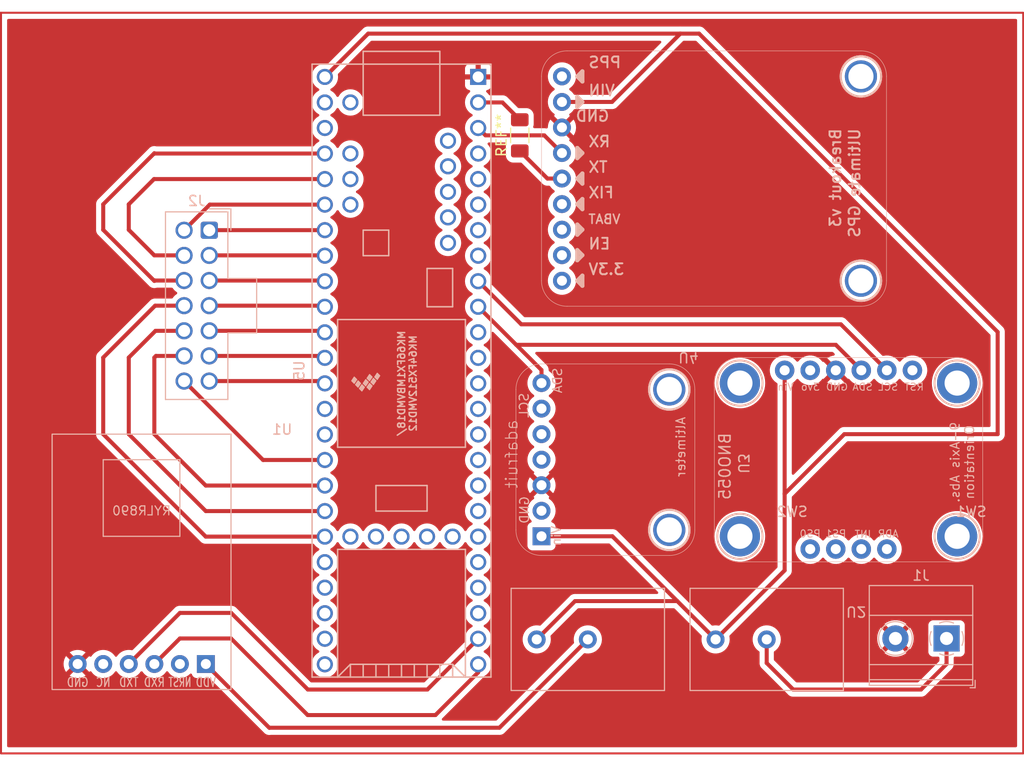
<source format=kicad_pcb>
(kicad_pcb (version 20211014) (generator pcbnew)
  (title_block (title "Ordinateur de bord de l'Espoir") (date "2022-06-01") (rev "3") (company "Top Aéro") (comment 1 "Projet Zéphyr") (comment 2 "Mohamed-iadh BANI & Théo TUGAYE") (comment 3 "<mohamed-iadh.bani@top-aero.com> <theo.tugaye@top-aero.com>"))
  (layers (0 "F.Cu" signal) (31 "B.Cu" signal) (34 "B.Paste" user) (35 "F.Paste" user) (36 "B.SilkS" user "B.Silkscreen") (37 "F.SilkS" user "F.Silkscreen") (38 "B.Mask" user) (39 "F.Mask" user) (44 "Edge.Cuts" user))
  (net 0 "")
  (net 1 "Net-(J1-Pad1)")
  (net 2 "GND")
  (net 3 "/A6")
  (net 4 "/A5")
  (net 5 "/A4")
  (net 6 "/A3")
  (net 7 "/A2")
  (net 8 "/A1")
  (net 9 "/A0")
  (net 10 "/A7")
  (net 11 "/A8")
  (net 12 "/A9")
  (net 13 "/A19")
  (net 14 "/A20")
  (net 15 "/A21")
  (net 16 "/A22")
  (net 17 "+5V")
  (net 18 "Net-(SW2-Pad1)")
  (net 20 "Net-(U1-Pad3)")
  (net 21 "Net-(U1-Pad4)")
  (net 24 "Net-(U2-Pad4)")
  (net 25 "Net-(U2-Pad5)")
  (net 35 "Net-(U4-Pad5)")
  (net 36 "Net-(U4-Pad6)")
  (footprint "Resistor_SMD:R_1206_3216Metric_Pad1.30x1.75mm_HandSolder" (layer "F.Cu") (at 148.209 68.961 90)
    (fp_text reference "REF**" (at 0 -1.82 90) (layer "F.SilkS"))
    (fp_text value "R_1206")
    (pad "1" smd roundrect (at -1.55 0 90) (size 1.3 1.75) (layers "F.Cu" "F.Paste" "F.Mask") (roundrect_rratio 0.192308) (net 35 "Net-(U4-Pad5)"))
    (pad "2" smd roundrect (at 1.55 0 90) (size 1.3 1.75) (layers "F.Cu" "F.Paste" "F.Mask") (roundrect_rratio 0.192308) (net 35 "Net-(U4-Pad5)"))
  )
  (footprint "common_misc:SW" (layer "B.Cu") (at 180.372 114.014 180)
    (fp_text reference "SW1" (at -12.7 7.62 unlocked) (layer "B.SilkS") (effects (justify mirror)))
    (fp_text value "SW_SPST")
    (pad "1" thru_hole circle (at 7.62 -5.08 90) (size 1.778 1.778) (drill 1) (layers *.Cu *.Mask) (net 1 "Net-(J1-Pad1)"))
    (pad "2" thru_hole circle (at 12.7 -5.08 90) (size 1.778 1.778) (drill 1) (layers *.Cu *.Mask) (net 17 "+5V"))
  )
  (footprint "common_misc:SW" (layer "B.Cu") (at 162.592 114.014 180)
    (fp_text reference "SW2" (at -12.7 7.62 unlocked) (layer "B.SilkS") (effects (justify mirror)))
    (fp_text value "SW_SPST")
    (pad "1" thru_hole circle (at 7.62 -5.08 90) (size 1.778 1.778) (drill 1) (layers *.Cu *.Mask) (net 18 "Net-(SW2-Pad1)"))
    (pad "2" thru_hole circle (at 12.7 -5.08 90) (size 1.778 1.778) (drill 1) (layers *.Cu *.Mask) (net 17 "+5V"))
  )
  (footprint "TerminalBlock_Phoenix:TerminalBlock_Phoenix_MKDS-1,5-2-5.08_1x02_P5.08mm_Horizontal" (layer "B.Cu") (at 190.627 118.999 180)
    (fp_text reference "J1" (at 2.54 6.26) (layer "B.SilkS") (effects (justify mirror)))
    (fp_text value "Screw_Terminal_01x02")
    (pad "1" thru_hole rect (at 0 0 180) (size 2.6 2.6) (drill 1.3) (layers *.Cu *.Mask) (net 1 "Net-(J1-Pad1)"))
    (pad "2" thru_hole circle (at 5.08 0 180) (size 2.6 2.6) (drill 1.3) (layers *.Cu *.Mask) (net 2 "GND"))
  )
  (footprint "Adafruit_sensors:Ultimate_GPS" (layer "B.Cu") (at 164.973 73.258942)
    (fp_text reference "U4" (at 0 17.78 180 unlocked) (layer "B.SilkS") (effects (justify mirror)))
    (fp_text value "Ultimate_GPS")
    (fp_text user "Ultimate GPS" (at 17.145 -5.08 -90) (layer "B.SilkS") (effects (font (size 1.0795 1.0795) (thickness 0.1905)) (justify left bottom mirror)))
    (fp_text user "VBAT" (at -10.033 4.572 180) (layer "B.SilkS") (effects (font (size 0.90678 0.90678) (thickness 0.16002)) (justify right bottom mirror)))
    (fp_text user "GND" (at -11.303 -5.588 180) (layer "B.SilkS") (effects (font (size 1.0795 1.0795) (thickness 0.1905)) (justify right bottom mirror)))
    (fp_text user "Breakout v3" (at 15.24 -5.08 -90) (layer "B.SilkS") (effects (font (size 1.0795 1.0795) (thickness 0.1905)) (justify left bottom mirror)))
    (fp_text user "VIN" (at -10.033 -8.128 180) (layer "B.SilkS") (effects (font (size 1.0795 1.0795) (thickness 0.1905)) (justify right bottom mirror)))
    (fp_text user "FIX" (at -10.033 2.032 180) (layer "B.SilkS") (effects (font (size 1.0795 1.0795) (thickness 0.1905)) (justify right bottom mirror)))
    (fp_text user "PPS" (at -10.033 -10.922 180) (layer "B.SilkS") (effects (font (size 1.0795 1.0795) (thickness 0.1905)) (justify right bottom mirror)))
    (fp_text user "TX" (at -10.033 -0.508 180) (layer "B.SilkS") (effects (font (size 1.0795 1.0795) (thickness 0.1905)) (justify right bottom mirror)))
    (fp_text user "RX" (at -10.033 -3.048 180) (layer "B.SilkS") (effects (font (size 1.0795 1.0795) (thickness 0.1905)) (justify right bottom mirror)))
    (fp_text user "3.3V" (at -10.033 9.652 180) (layer "B.SilkS") (effects (font (size 1.0795 1.0795) (thickness 0.1905)) (justify right bottom mirror)))
    (fp_text user "EN" (at -10.033 7.112 180) (layer "B.SilkS") (effects (font (size 1.0795 1.0795) (thickness 0.1905)) (justify right bottom mirror)))
    (pad "1" thru_hole circle (at -12.573 10.16 180) (size 1.778 1.778) (drill 1) (layers *.Cu *.Mask))
    (pad "2" thru_hole circle (at -12.573 7.62 180) (size 1.778 1.778) (drill 1) (layers *.Cu *.Mask))
    (pad "3" thru_hole circle (at -12.573 5.08 180) (size 1.778 1.778) (drill 1) (layers *.Cu *.Mask))
    (pad "4" thru_hole circle (at -12.573 2.54 180) (size 1.778 1.778) (drill 1) (layers *.Cu *.Mask))
    (pad "5" thru_hole circle (at -12.573 0 180) (size 1.778 1.778) (drill 1) (layers *.Cu *.Mask) (net 35 "Net-(U4-Pad5)"))
    (pad "6" thru_hole circle (at -12.573 -2.54 180) (size 1.778 1.778) (drill 1) (layers *.Cu *.Mask) (net 36 "Net-(U4-Pad6)"))
    (pad "7" thru_hole circle (at -12.573 -5.08 180) (size 1.778 1.778) (drill 1) (layers *.Cu *.Mask) (net 2 "GND"))
    (pad "8" thru_hole circle (at -12.573 -7.62 180) (size 1.778 1.778) (drill 1) (layers *.Cu *.Mask) (net 17 "+5V"))
    (pad "9" thru_hole circle (at -12.573 -10.16 180) (size 1.778 1.778) (drill 1) (layers *.Cu *.Mask))
    (pad "P$1" thru_hole circle (at 17.145 -10.16 90) (size 3.2 3.2) (drill 2.5) (layers *.Cu *.Mask))
    (pad "P$1" thru_hole circle (at 17.145 10.16 90) (size 3.2 3.2) (drill 2.5) (layers *.Cu *.Mask))
    (zone (net 0) (net_name "") (layer "F.Cu") (connect_pads (clearance 0)) (min_thickness 0.254)
      (keepout (tracks not_allowed) (vias not_allowed) (pads not_allowed) (copperpour not_allowed) (footprints allowed))
      (fill (thermal_gap 0.508) (thermal_bridge_width 0.508))
      (polygon (pts (xy 182.118 81.402942) (xy 182.468075 81.43357) (xy 182.807513 81.524522) (xy 183.126 81.673035) (xy 183.41386 81.874596) (xy 183.662346 82.123082) (xy 183.863907 82.410942) (xy 184.01242 82.729429) (xy 184.103372 83.068867) (xy 184.134 83.418942) (xy 184.103372 83.769017) (xy 184.01242 84.108455) (xy 183.863907 84.426942) (xy 183.662346 84.714802) (xy 183.41386 84.963288) (xy 183.126 85.164849) (xy 182.807513 85.313362) (xy 182.468075 85.404314) (xy 182.118 85.434942) (xy 181.767925 85.404314) (xy 181.428487 85.313362) (xy 181.11 85.164849) (xy 180.82214 84.963288) (xy 180.573654 84.714802) (xy 180.372093 84.426942) (xy 180.22358 84.108455) (xy 180.132628 83.769017) (xy 180.102 83.418942) (xy 180.132628 83.068867) (xy 180.22358 82.729429) (xy 180.372093 82.410942) (xy 180.573654 82.123082) (xy 180.82214 81.874596) (xy 181.11 81.673035) (xy 181.428487 81.524522) (xy 181.767925 81.43357)))
      (polygon (pts (xy 182.118 83.434942) (xy 182.115222 83.434699) (xy 182.112528 83.433977) (xy 182.11 83.432798) (xy 182.107715 83.431199) (xy 182.105743 83.429227) (xy 182.104144 83.426942) (xy 182.102965 83.424414) (xy 182.102243 83.42172) (xy 182.102 83.418942) (xy 182.102243 83.416164) (xy 182.102965 83.41347) (xy 182.104144 83.410942) (xy 182.105743 83.408657) (xy 182.107715 83.406685) (xy 182.11 83.405086) (xy 182.112528 83.403907) (xy 182.115222 83.403185) (xy 182.118 83.402942) (xy 182.120778 83.403185) (xy 182.123472 83.403907) (xy 182.126 83.405086) (xy 182.128285 83.406685) (xy 182.130257 83.408657) (xy 182.131856 83.410942) (xy 182.133035 83.41347) (xy 182.133757 83.416164) (xy 182.134 83.418942) (xy 182.133757 83.42172) (xy 182.133035 83.424414) (xy 182.131856 83.426942) (xy 182.130257 83.429227) (xy 182.128285 83.431199) (xy 182.126 83.432798) (xy 182.123472 83.433977) (xy 182.120778 83.434699)))
    )
    (zone (net 0) (net_name "") (layer "F.Cu") (connect_pads (clearance 0)) (min_thickness 0.254)
      (keepout (tracks not_allowed) (vias not_allowed) (pads not_allowed) (copperpour not_allowed) (footprints allowed))
      (fill (thermal_gap 0.508) (thermal_bridge_width 0.508))
      (polygon (pts (xy 182.118 61.082942) (xy 182.468075 61.11357) (xy 182.807513 61.204522) (xy 183.126 61.353035) (xy 183.41386 61.554596) (xy 183.662346 61.803082) (xy 183.863907 62.090942) (xy 184.01242 62.409429) (xy 184.103372 62.748867) (xy 184.134 63.098942) (xy 184.103372 63.449017) (xy 184.01242 63.788455) (xy 183.863907 64.106942) (xy 183.662346 64.394802) (xy 183.41386 64.643288) (xy 183.126 64.844849) (xy 182.807513 64.993362) (xy 182.468075 65.084314) (xy 182.118 65.114942) (xy 181.767925 65.084314) (xy 181.428487 64.993362) (xy 181.11 64.844849) (xy 180.82214 64.643288) (xy 180.573654 64.394802) (xy 180.372093 64.106942) (xy 180.22358 63.788455) (xy 180.132628 63.449017) (xy 180.102 63.098942) (xy 180.132628 62.748867) (xy 180.22358 62.409429) (xy 180.372093 62.090942) (xy 180.573654 61.803082) (xy 180.82214 61.554596) (xy 181.11 61.353035) (xy 181.428487 61.204522) (xy 181.767925 61.11357)))
      (polygon (pts (xy 182.118 63.114942) (xy 182.115222 63.114699) (xy 182.112528 63.113977) (xy 182.11 63.112798) (xy 182.107715 63.111199) (xy 182.105743 63.109227) (xy 182.104144 63.106942) (xy 182.102965 63.104414) (xy 182.102243 63.10172) (xy 182.102 63.098942) (xy 182.102243 63.096164) (xy 182.102965 63.09347) (xy 182.104144 63.090942) (xy 182.105743 63.088657) (xy 182.107715 63.086685) (xy 182.11 63.085086) (xy 182.112528 63.083907) (xy 182.115222 63.083185) (xy 182.118 63.082942) (xy 182.120778 63.083185) (xy 182.123472 63.083907) (xy 182.126 63.085086) (xy 182.128285 63.086685) (xy 182.130257 63.088657) (xy 182.131856 63.090942) (xy 182.133035 63.09347) (xy 182.133757 63.096164) (xy 182.134 63.098942) (xy 182.133757 63.10172) (xy 182.133035 63.104414) (xy 182.131856 63.106942) (xy 182.130257 63.109227) (xy 182.128285 63.111199) (xy 182.126 63.112798) (xy 182.123472 63.113977) (xy 182.120778 63.114699)))
    )
  )
  (footprint "teensy:Teensy35_36" (layer "B.Cu") (at 144.074067 93.628942 -90)
    (fp_text reference "U5" (at -1.27 17.78 90) (layer "B.SilkS") (effects (justify mirror)))
    (fp_text value "Teensy3.5")
    (fp_text user "MK64FX512VMD12" (at 0 6.477 90) (layer "B.SilkS") (effects (font (size 0.7 0.7)) (justify mirror)))
    (fp_text user "MK66FX1MBVMD18/" (at 0 7.62 90) (layer "B.SilkS") (effects (font (size 0.7 0.7)) (justify mirror)))
    (pad "1" thru_hole rect (at -30.48 0 270) (size 1.6 1.6) (drill 1.1) (layers *.Cu *.Mask) (net 2 "GND"))
    (pad "2" thru_hole circle (at -27.94 0 270) (size 1.6 1.6) (drill 1.1) (layers *.Cu *.Mask) (net 35 "Net-(U4-Pad5)"))
    (pad "3" thru_hole circle (at -25.4 0 270) (size 1.6 1.6) (drill 1.1) (layers *.Cu *.Mask) (net 36 "Net-(U4-Pad6)"))
    (pad "4" thru_hole circle (at -22.86 0 270) (size 1.6 1.6) (drill 1.1) (layers *.Cu *.Mask))
    (pad "5" thru_hole circle (at -20.32 0 270) (size 1.6 1.6) (drill 1.1) (layers *.Cu *.Mask))
    (pad "6" thru_hole circle (at -17.78 0 270) (size 1.6 1.6) (drill 1.1) (layers *.Cu *.Mask))
    (pad "7" thru_hole circle (at -15.24 0 270) (size 1.6 1.6) (drill 1.1) (layers *.Cu *.Mask))
    (pad "8" thru_hole circle (at -12.7 0 270) (size 1.6 1.6) (drill 1.1) (layers *.Cu *.Mask))
    (pad "9" thru_hole circle (at -10.16 0 270) (size 1.6 1.6) (drill 1.1) (layers *.Cu *.Mask) (net 25 "Net-(U2-Pad5)"))
    (pad "10" thru_hole circle (at -7.62 0 270) (size 1.6 1.6) (drill 1.1) (layers *.Cu *.Mask) (net 24 "Net-(U2-Pad4)"))
    (pad "11" thru_hole circle (at -5.08 0 270) (size 1.6 1.6) (drill 1.1) (layers *.Cu *.Mask))
    (pad "12" thru_hole circle (at -2.54 0 270) (size 1.6 1.6) (drill 1.1) (layers *.Cu *.Mask))
    (pad "13" thru_hole circle (at 0 0 270) (size 1.6 1.6) (drill 1.1) (layers *.Cu *.Mask))
    (pad "14" thru_hole circle (at 2.54 0 270) (size 1.6 1.6) (drill 1.1) (layers *.Cu *.Mask))
    (pad "15" thru_hole circle (at 5.08 0 270) (size 1.6 1.6) (drill 1.1) (layers *.Cu *.Mask))
    (pad "16" thru_hole circle (at 7.62 0 270) (size 1.6 1.6) (drill 1.1) (layers *.Cu *.Mask))
    (pad "17" thru_hole circle (at 10.16 0 270) (size 1.6 1.6) (drill 1.1) (layers *.Cu *.Mask))
    (pad "18" thru_hole circle (at 12.7 0 270) (size 1.6 1.6) (drill 1.1) (layers *.Cu *.Mask))
    (pad "19" thru_hole circle (at 15.24 0 270) (size 1.6 1.6) (drill 1.1) (layers *.Cu *.Mask))
    (pad "20" thru_hole circle (at 17.78 0 270) (size 1.6 1.6) (drill 1.1) (layers *.Cu *.Mask))
    (pad "21" thru_hole circle (at 20.32 0 270) (size 1.6 1.6) (drill 1.1) (layers *.Cu *.Mask))
    (pad "22" thru_hole circle (at 22.86 0 270) (size 1.6 1.6) (drill 1.1) (layers *.Cu *.Mask))
    (pad "23" thru_hole circle (at 25.4 0 270) (size 1.6 1.6) (drill 1.1) (layers *.Cu *.Mask) (net 21 "Net-(U1-Pad4)"))
    (pad "24" thru_hole circle (at 27.94 0 270) (size 1.6 1.6) (drill 1.1) (layers *.Cu *.Mask) (net 20 "Net-(U1-Pad3)"))
    (pad "25" thru_hole circle (at 15.24 2.54 270) (size 1.6 1.6) (drill 1.1) (layers *.Cu *.Mask))
    (pad "26" thru_hole circle (at 15.24 5.08 270) (size 1.6 1.6) (drill 1.1) (layers *.Cu *.Mask))
    (pad "27" thru_hole circle (at 15.24 7.62 270) (size 1.6 1.6) (drill 1.1) (layers *.Cu *.Mask))
    (pad "28" thru_hole circle (at 15.24 10.16 270) (size 1.6 1.6) (drill 1.1) (layers *.Cu *.Mask))
    (pad "29" thru_hole circle (at 15.24 12.7 270) (size 1.6 1.6) (drill 1.1) (layers *.Cu *.Mask))
    (pad "30" thru_hole circle (at 27.94 15.24 270) (size 1.6 1.6) (drill 1.1) (layers *.Cu *.Mask))
    (pad "31" thru_hole circle (at 25.4 15.24 270) (size 1.6 1.6) (drill 1.1) (layers *.Cu *.Mask))
    (pad "32" thru_hole circle (at 22.86 15.24 270) (size 1.6 1.6) (drill 1.1) (layers *.Cu *.Mask))
    (pad "33" thru_hole circle (at 20.32 15.24 270) (size 1.6 1.6) (drill 1.1) (layers *.Cu *.Mask))
    (pad "34" thru_hole circle (at 17.78 15.24 270) (size 1.6 1.6) (drill 1.1) (layers *.Cu *.Mask))
    (pad "35" thru_hole circle (at 15.24 15.24 270) (size 1.6 1.6) (drill 1.1) (layers *.Cu *.Mask) (net 13 "/A19"))
    (pad "36" thru_hole circle (at 12.7 15.24 270) (size 1.6 1.6) (drill 1.1) (layers *.Cu *.Mask) (net 14 "/A20"))
    (pad "37" thru_hole circle (at 10.16 15.24 270) (size 1.6 1.6) (drill 1.1) (layers *.Cu *.Mask) (net 15 "/A21"))
    (pad "38" thru_hole circle (at 7.62 15.24 270) (size 1.6 1.6) (drill 1.1) (layers *.Cu *.Mask) (net 16 "/A22"))
    (pad "39" thru_hole circle (at 5.08 15.24 270) (size 1.6 1.6) (drill 1.1) (layers *.Cu *.Mask))
    (pad "40" thru_hole circle (at 2.54 15.24 270) (size 1.6 1.6) (drill 1.1) (layers *.Cu *.Mask))
    (pad "41" thru_hole circle (at 0 15.24 270) (size 1.6 1.6) (drill 1.1) (layers *.Cu *.Mask) (net 9 "/A0"))
    (pad "42" thru_hole circle (at -2.54 15.24 270) (size 1.6 1.6) (drill 1.1) (layers *.Cu *.Mask) (net 8 "/A1"))
    (pad "43" thru_hole circle (at -5.08 15.24 270) (size 1.6 1.6) (drill 1.1) (layers *.Cu *.Mask) (net 7 "/A2"))
    (pad "44" thru_hole circle (at -7.62 15.24 270) (size 1.6 1.6) (drill 1.1) (layers *.Cu *.Mask) (net 6 "/A3"))
    (pad "45" thru_hole circle (at -10.16 15.24 270) (size 1.6 1.6) (drill 1.1) (layers *.Cu *.Mask) (net 5 "/A4"))
    (pad "46" thru_hole circle (at -12.7 15.24 270) (size 1.6 1.6) (drill 1.1) (layers *.Cu *.Mask) (net 4 "/A5"))
    (pad "47" thru_hole circle (at -15.24 15.24 270) (size 1.6 1.6) (drill 1.1) (layers *.Cu *.Mask) (net 3 "/A6"))
    (pad "48" thru_hole circle (at -17.78 15.24 270) (size 1.6 1.6) (drill 1.1) (layers *.Cu *.Mask) (net 10 "/A7"))
    (pad "49" thru_hole circle (at -20.32 15.24 270) (size 1.6 1.6) (drill 1.1) (layers *.Cu *.Mask) (net 11 "/A8"))
    (pad "50" thru_hole circle (at -22.86 15.24 270) (size 1.6 1.6) (drill 1.1) (layers *.Cu *.Mask) (net 12 "/A9"))
    (pad "51" thru_hole circle (at -25.4 15.24 270) (size 1.6 1.6) (drill 1.1) (layers *.Cu *.Mask))
    (pad "52" thru_hole circle (at -27.94 15.24 270) (size 1.6 1.6) (drill 1.1) (layers *.Cu *.Mask))
    (pad "53" thru_hole circle (at -30.48 15.24 270) (size 1.6 1.6) (drill 1.1) (layers *.Cu *.Mask) (net 17 "+5V"))
    (pad "54" thru_hole circle (at -27.94 12.7 270) (size 1.6 1.6) (drill 1.1) (layers *.Cu *.Mask))
    (pad "55" thru_hole circle (at -22.86 12.7 270) (size 1.6 1.6) (drill 1.1) (layers *.Cu *.Mask))
    (pad "56" thru_hole circle (at -20.32 12.7 270) (size 1.6 1.6) (drill 1.1) (layers *.Cu *.Mask))
    (pad "57" thru_hole circle (at -17.78 12.7 270) (size 1.6 1.6) (drill 1.1) (layers *.Cu *.Mask))
    (pad "58" thru_hole circle (at -24.13 3 270) (size 1.6 1.6) (drill 1.1) (layers *.Cu *.Mask))
    (pad "59" thru_hole circle (at -21.59 3 270) (size 1.6 1.6) (drill 1.1) (layers *.Cu *.Mask))
    (pad "60" thru_hole circle (at -19.05 3 270) (size 1.6 1.6) (drill 1.1) (layers *.Cu *.Mask))
    (pad "61" thru_hole circle (at -16.51 3 270) (size 1.6 1.6) (drill 1.1) (layers *.Cu *.Mask))
    (pad "62" thru_hole circle (at -13.97 3 270) (size 1.6 1.6) (drill 1.1) (layers *.Cu *.Mask))
  )
  (footprint "reyax:RYLR896" (layer "B.Cu") (at 111.887 113.919 180)
    (fp_text reference "U1" (at -12.7 15.7 unlocked) (layer "B.SilkS") (effects (justify mirror)))
    (fp_text value "REYAX RYLR896")
    (fp_text user "NC" (at 5.08 -9.441948) (layer "B.SilkS") (effects (font (size 0.89408 0.7) (thickness 0.12192)) (justify mirror)))
    (fp_text user "VDD" (at -5.12 -9.441948) (layer "B.SilkS") (effects (font (size 0.89408 0.7) (thickness 0.12192)) (justify mirror)))
    (fp_text user "GND" (at 7.62 -9.441948) (layer "B.SilkS") (effects (font (size 0.89408 0.7) (thickness 0.12192)) (justify mirror)))
    (fp_text user "RYLR890" (at 1.27 7.62) (layer "B.SilkS") (effects (font (size 0.89408 0.89408) (thickness 0.12192)) (justify mirror)))
    (fp_text user "TXD" (at 2.54 -9.441948) (layer "B.SilkS") (effects (font (size 0.89408 0.7) (thickness 0.12192)) (justify mirror)))
    (fp_text user "RXD" (at 0 -9.441948) (layer "B.SilkS") (effects (font (size 0.89408 0.7) (thickness 0.12192)) (justify mirror)))
    (fp_text user "NRST" (at -2.54 -9.441948) (layer "B.SilkS") (effects (font (size 0.89408 0.6) (thickness 0.12192)) (justify mirror)))
    (pad "1" thru_hole rect (at -5.12 -7.62 90) (size 1.778 1.778) (drill 1) (layers *.Cu *.Mask) (net 18 "Net-(SW2-Pad1)"))
    (pad "2" thru_hole circle (at -2.54 -7.62 90) (size 1.778 1.778) (drill 1) (layers *.Cu *.Mask))
    (pad "3" thru_hole circle (at 0 -7.62 90) (size 1.778 1.778) (drill 1) (layers *.Cu *.Mask) (net 20 "Net-(U1-Pad3)"))
    (pad "4" thru_hole circle (at 2.54 -7.62 90) (size 1.778 1.778) (drill 1) (layers *.Cu *.Mask) (net 21 "Net-(U1-Pad4)"))
    (pad "5" thru_hole circle (at 5.08 -7.62 90) (size 1.778 1.778) (drill 1) (layers *.Cu *.Mask))
    (pad "6" thru_hole circle (at 7.62 -7.62 90) (size 1.778 1.778) (drill 1) (layers *.Cu *.Mask) (net 2 "GND"))
  )
  (footprint "Connector_Molex:Molex_Nano-Fit_105310-xx14_2x07_P2.50mm_Vertical" (layer "B.Cu") (at 117.345094 78.399 180)
    (fp_text reference "J2" (at 1.25 2.92) (layer "B.SilkS") (effects (justify mirror)))
    (fp_text value "Conn_02x07_Top_Bottom")
    (pad "" np_thru_hole circle (at -1.34 -6.25 180) (size 1.3 1.3) (drill 1.3) (layers *.Cu *.Mask))
    (pad "1" thru_hole roundrect (at 0 0 180) (size 1.7 1.7) (drill 1.2) (layers *.Cu *.Mask) (roundrect_rratio 0.147059) (net 3 "/A6"))
    (pad "2" thru_hole circle (at 0 -2.5 180) (size 1.7 1.7) (drill 1.2) (layers *.Cu *.Mask) (net 4 "/A5"))
    (pad "3" thru_hole circle (at 0 -5 180) (size 1.7 1.7) (drill 1.2) (layers *.Cu *.Mask) (net 5 "/A4"))
    (pad "4" thru_hole circle (at 0 -7.5 180) (size 1.7 1.7) (drill 1.2) (layers *.Cu *.Mask) (net 6 "/A3"))
    (pad "5" thru_hole circle (at 0 -10 180) (size 1.7 1.7) (drill 1.2) (layers *.Cu *.Mask) (net 7 "/A2"))
    (pad "6" thru_hole circle (at 0 -12.5 180) (size 1.7 1.7) (drill 1.2) (layers *.Cu *.Mask) (net 8 "/A1"))
    (pad "7" thru_hole circle (at 0 -15 180) (size 1.7 1.7) (drill 1.2) (layers *.Cu *.Mask) (net 9 "/A0"))
    (pad "8" thru_hole circle (at 2.5 0 180) (size 1.7 1.7) (drill 1.2) (layers *.Cu *.Mask) (net 10 "/A7"))
    (pad "9" thru_hole circle (at 2.5 -2.5 180) (size 1.7 1.7) (drill 1.2) (layers *.Cu *.Mask) (net 11 "/A8"))
    (pad "10" thru_hole circle (at 2.5 -5 180) (size 1.7 1.7) (drill 1.2) (layers *.Cu *.Mask) (net 12 "/A9"))
    (pad "11" thru_hole circle (at 2.5 -7.5 180) (size 1.7 1.7) (drill 1.2) (layers *.Cu *.Mask) (net 13 "/A19"))
    (pad "12" thru_hole circle (at 2.5 -10 180) (size 1.7 1.7) (drill 1.2) (layers *.Cu *.Mask) (net 14 "/A20"))
    (pad "13" thru_hole circle (at 2.5 -12.5 180) (size 1.7 1.7) (drill 1.2) (layers *.Cu *.Mask) (net 15 "/A21"))
    (pad "14" thru_hole circle (at 2.5 -15 180) (size 1.7 1.7) (drill 1.2) (layers *.Cu *.Mask) (net 16 "/A22"))
  )
  (footprint "Adafruit_sensors:MPL3115A2" (layer "B.Cu") (at 152.654 101.6 90)
    (fp_text reference "U3" (at 0 17.78 270 unlocked) (layer "B.SilkS") (effects (justify mirror)))
    (fp_text value "MPL3115A")
    (fp_text user "SCL" (at 5.781 -4.013 270) (layer "B.SilkS") (effects (font (size 0.89408 0.89408) (thickness 0.12192)) (justify mirror)))
    (fp_text user "GND" (at -4.619 -3.982 270) (layer "B.SilkS") (effects (font (size 0.89408 0.89408) (thickness 0.12192)) (justify mirror)))
    (fp_text user "Altimeter" (at 1.651 11.557 270) (layer "B.SilkS") (effects (font (size 0.89408 0.89408) (thickness 0.12192)) (justify mirror)))
    (fp_text user "SDA" (at 8.261 -0.7 270) (layer "B.SilkS") (effects (font (size 0.89408 0.89408) (thickness 0.12192)) (justify mirror)))
    (fp_text user "adafruit" (at 4.434 -4.574 270) (layer "B.SilkS") (effects (font (size 1.1684 1.1684) (thickness 0.1016)) (justify left bottom mirror)))
    (fp_text user "Vin" (at -7.199 -0.818 270) (layer "B.SilkS") (effects (font (size 0.89408 0.89408) (thickness 0.12192)) (justify mirror)))
    (pad "1" thru_hole rect (at -7.239 -2.286) (size 1.778 1.778) (drill 1) (layers *.Cu *.Mask) (net 17 "+5V"))
    (pad "2" thru_hole circle (at -4.699 -2.286) (size 1.778 1.778) (drill 1) (layers *.Cu *.Mask))
    (pad "3" thru_hole circle (at -2.159 -2.286) (size 1.778 1.778) (drill 1) (layers *.Cu *.Mask) (net 2 "GND"))
    (pad "4" thru_hole circle (at 0.381 -2.286) (size 1.778 1.778) (drill 1) (layers *.Cu *.Mask))
    (pad "5" thru_hole circle (at 2.921 -2.286) (size 1.778 1.778) (drill 1) (layers *.Cu *.Mask))
    (pad "6" thru_hole circle (at 5.461 -2.286) (size 1.778 1.778) (drill 1) (layers *.Cu *.Mask))
    (pad "7" thru_hole circle (at 8.001 -2.286) (size 1.778 1.778) (drill 1) (layers *.Cu *.Mask) (net 24 "Net-(U2-Pad4)"))
    (pad "P$1" thru_hole circle (at 7.366 10.414 90) (size 3.2 3.2) (drill 2.5) (layers *.Cu *.Mask))
    (pad "P$1" thru_hole circle (at -6.604 10.414 90) (size 3.2 3.2) (drill 2.5) (layers *.Cu *.Mask))
    (zone (net 0) (net_name "") (layer "F.Cu") (connect_pads (clearance 0)) (min_thickness 0.254)
      (keepout (tracks not_allowed) (vias not_allowed) (pads not_allowed) (copperpour not_allowed) (footprints allowed))
      (fill (thermal_gap 0.508) (thermal_bridge_width 0.508))
      (polygon (pts (xy 163.068 106.188) (xy 163.418075 106.218628) (xy 163.757513 106.30958) (xy 164.076 106.458093) (xy 164.36386 106.659654) (xy 164.612346 106.90814) (xy 164.813907 107.196) (xy 164.96242 107.514487) (xy 165.053372 107.853925) (xy 165.084 108.204) (xy 165.053372 108.554075) (xy 164.96242 108.893513) (xy 164.813907 109.212) (xy 164.612346 109.49986) (xy 164.36386 109.748346) (xy 164.076 109.949907) (xy 163.757513 110.09842) (xy 163.418075 110.189372) (xy 163.068 110.22) (xy 162.717925 110.189372) (xy 162.378487 110.09842) (xy 162.06 109.949907) (xy 161.77214 109.748346) (xy 161.523654 109.49986) (xy 161.322093 109.212) (xy 161.17358 108.893513) (xy 161.082628 108.554075) (xy 161.052 108.204) (xy 161.082628 107.853925) (xy 161.17358 107.514487) (xy 161.322093 107.196) (xy 161.523654 106.90814) (xy 161.77214 106.659654) (xy 162.06 106.458093) (xy 162.378487 106.30958) (xy 162.717925 106.218628)))
      (polygon (pts (xy 163.068 108.22) (xy 163.065222 108.219757) (xy 163.062528 108.219035) (xy 163.06 108.217856) (xy 163.057715 108.216257) (xy 163.055743 108.214285) (xy 163.054144 108.212) (xy 163.052965 108.209472) (xy 163.052243 108.206778) (xy 163.052 108.204) (xy 163.052243 108.201222) (xy 163.052965 108.198528) (xy 163.054144 108.196) (xy 163.055743 108.193715) (xy 163.057715 108.191743) (xy 163.06 108.190144) (xy 163.062528 108.188965) (xy 163.065222 108.188243) (xy 163.068 108.188) (xy 163.070778 108.188243) (xy 163.073472 108.188965) (xy 163.076 108.190144) (xy 163.078285 108.191743) (xy 163.080257 108.193715) (xy 163.081856 108.196) (xy 163.083035 108.198528) (xy 163.083757 108.201222) (xy 163.084 108.204) (xy 163.083757 108.206778) (xy 163.083035 108.209472) (xy 163.081856 108.212) (xy 163.080257 108.214285) (xy 163.078285 108.216257) (xy 163.076 108.217856) (xy 163.073472 108.219035) (xy 163.070778 108.219757)))
    )
    (zone (net 0) (net_name "") (layer "F.Cu") (connect_pads (clearance 0)) (min_thickness 0.254)
      (keepout (tracks not_allowed) (vias not_allowed) (pads not_allowed) (copperpour not_allowed) (footprints allowed))
      (fill (thermal_gap 0.508) (thermal_bridge_width 0.508))
      (polygon (pts (xy 163.068 92.218) (xy 163.418075 92.248628) (xy 163.757513 92.33958) (xy 164.076 92.488093) (xy 164.36386 92.689654) (xy 164.612346 92.93814) (xy 164.813907 93.226) (xy 164.96242 93.544487) (xy 165.053372 93.883925) (xy 165.084 94.234) (xy 165.053372 94.584075) (xy 164.96242 94.923513) (xy 164.813907 95.242) (xy 164.612346 95.52986) (xy 164.36386 95.778346) (xy 164.076 95.979907) (xy 163.757513 96.12842) (xy 163.418075 96.219372) (xy 163.068 96.25) (xy 162.717925 96.219372) (xy 162.378487 96.12842) (xy 162.06 95.979907) (xy 161.77214 95.778346) (xy 161.523654 95.52986) (xy 161.322093 95.242) (xy 161.17358 94.923513) (xy 161.082628 94.584075) (xy 161.052 94.234) (xy 161.082628 93.883925) (xy 161.17358 93.544487) (xy 161.322093 93.226) (xy 161.523654 92.93814) (xy 161.77214 92.689654) (xy 162.06 92.488093) (xy 162.378487 92.33958) (xy 162.717925 92.248628)))
      (polygon (pts (xy 163.068 94.25) (xy 163.065222 94.249757) (xy 163.062528 94.249035) (xy 163.06 94.247856) (xy 163.057715 94.246257) (xy 163.055743 94.244285) (xy 163.054144 94.242) (xy 163.052965 94.239472) (xy 163.052243 94.236778) (xy 163.052 94.234) (xy 163.052243 94.231222) (xy 163.052965 94.228528) (xy 163.054144 94.226) (xy 163.055743 94.223715) (xy 163.057715 94.221743) (xy 163.06 94.220144) (xy 163.062528 94.218965) (xy 163.065222 94.218243) (xy 163.068 94.218) (xy 163.070778 94.218243) (xy 163.073472 94.218965) (xy 163.076 94.220144) (xy 163.078285 94.221743) (xy 163.080257 94.223715) (xy 163.081856 94.226) (xy 163.083035 94.228528) (xy 163.083757 94.231222) (xy 163.084 94.234) (xy 163.083757 94.236778) (xy 163.083035 94.239472) (xy 163.081856 94.242) (xy 163.080257 94.244285) (xy 163.078285 94.246257) (xy 163.076 94.247856) (xy 163.073472 94.249035) (xy 163.070778 94.249757)))
    )
  )
  (footprint "Adafruit_sensors:BNO055" (layer "B.Cu") (at 181.647094 96.012)
    (fp_text reference "U2" (at 0 20.32 180 unlocked) (layer "B.SilkS") (effects (justify mirror)))
    (fp_text value "BNO055")
    (fp_text user "PS1" (at -2.037 12.573 180) (layer "B.SilkS") (effects (font (size 0.715264 0.715264) (thickness 0.097536)) (justify mirror)))
    (fp_text user "GND" (at -1.91 -2.032 180) (layer "B.SilkS") (effects (font (size 0.715264 0.715264) (thickness 0.097536)) (justify mirror)))
    (fp_text user "SCL" (at 3.17 -2.032 180) (layer "B.SilkS") (effects (font (size 0.715264 0.715264) (thickness 0.097536)) (justify mirror)))
    (fp_text user "PS0" (at -4.577 12.573 180) (layer "B.SilkS") (effects (font (size 0.715264 0.715264) (thickness 0.097536)) (justify mirror)))
    (fp_text user "RST" (at 5.75 -2.032 180) (layer "B.SilkS") (effects (font (size 0.715264 0.715264) (thickness 0.097536)) (justify mirror)))
    (fp_text user "ADR" (at 3.184 12.573 180) (layer "B.SilkS") (effects (font (size 0.715264 0.715264) (thickness 0.097536)) (justify mirror)))
    (fp_text user "9-Axis Abs.\nOrientation" (at 10.541 5.461 270) (layer "B.SilkS") (effects (font (size 0.89408 0.89408) (thickness 0.12192)) (justify mirror)))
    (fp_text user "Vin" (at -7.023 -2.032 180) (layer "B.SilkS") (effects (font (size 0.715264 0.715264) (thickness 0.097536)) (justify mirror)))
    (fp_text user "INT" (at 0.661 12.621 180) (layer "B.SilkS") (effects (font (size 0.715264 0.715264) (thickness 0.097536)) (justify mirror)))
    (fp_text user "SDA" (at 0.63 -2.032 180) (layer "B.SilkS") (effects (font (size 0.715264 0.715264) (thickness 0.097536)) (justify mirror)))
    (fp_text user "3vo" (at -4.55 -2.032 180) (layer "B.SilkS") (effects (font (size 0.715264 0.715264) (thickness 0.097536)) (justify mirror)))
    (fp_text user "BNO055" (at -13.047 5.864 270) (layer "B.SilkS") (effects (font (size 1.1176 1.1176) (thickness 0.1524)) (justify mirror)))
    (pad "1" thru_hole circle (at -7.112 -3.683 270) (size 1.9304 1.9304) (drill 1) (layers *.Cu *.Mask) (net 17 "+5V"))
    (pad "1b" thru_hole circle (at -4.572 14.097 270) (size 1.9304 1.9304) (drill 1) (layers *.Cu *.Mask))
    (pad "2" thru_hole circle (at -4.572 -3.683 270) (size 1.9304 1.9304) (drill 1) (layers *.Cu *.Mask))
    (pad "2b" thru_hole circle (at -2.032 14.097 270) (size 1.9304 1.9304) (drill 1) (layers *.Cu *.Mask))
    (pad "3" thru_hole circle (at -2.032 -3.683 270) (size 1.9304 1.9304) (drill 1) (layers *.Cu *.Mask) (net 2 "GND"))
    (pad "3b" thru_hole circle (at 0.508 14.097 270) (size 1.9304 1.9304) (drill 1) (layers *.Cu *.Mask))
    (pad "4" thru_hole circle (at 0.508 -3.683 270) (size 1.9304 1.9304) (drill 1) (layers *.Cu *.Mask) (net 24 "Net-(U2-Pad4)"))
    (pad "4b" thru_hole circle (at 3.048 14.097 270) (size 1.9304 1.9304) (drill 1) (layers *.Cu *.Mask))
    (pad "5" thru_hole circle (at 3.048 -3.683 270) (size 1.9304 1.9304) (drill 1) (layers *.Cu *.Mask) (net 25 "Net-(U2-Pad5)"))
    (pad "6" thru_hole circle (at 5.588 -3.683 270) (size 1.9304 1.9304) (drill 1) (layers *.Cu *.Mask))
    (pad "P$1" thru_hole circle (at -11.557 12.827) (size 4 4) (drill 2.5) (layers *.Cu *.Mask))
    (pad "P$1" thru_hole circle (at -11.557 -2.413) (size 4 4) (drill 2.5) (layers *.Cu *.Mask))
    (pad "P$1" thru_hole circle (at 10.033 -2.413) (size 4 4) (drill 2.5) (layers *.Cu *.Mask))
    (pad "P$1" thru_hole circle (at 10.033 12.827) (size 4 4) (drill 2.5) (layers *.Cu *.Mask))
    (zone (net 0) (net_name "") (layer "F.Cu") (connect_pads (clearance 0)) (min_thickness 0.254)
      (keepout (tracks not_allowed) (vias not_allowed) (pads not_allowed) (copperpour not_allowed) (footprints allowed))
      (fill (thermal_gap 0.508) (thermal_bridge_width 0.508))
      (polygon (pts (xy 193.946094 108.839) (xy 193.911668 109.232487) (xy 193.809437 109.614018) (xy 193.642508 109.972) (xy 193.415951 110.295557) (xy 193.136651 110.574857) (xy 192.813094 110.801414) (xy 192.455112 110.968343) (xy 192.073581 111.070574) (xy 191.680094 111.105) (xy 191.286607 111.070574) (xy 190.905076 110.968343) (xy 190.547094 110.801414) (xy 190.223537 110.574857) (xy 189.944237 110.295557) (xy 189.71768 109.972) (xy 189.550751 109.614018) (xy 189.44852 109.232487) (xy 189.414094 108.839) (xy 189.44852 108.445513) (xy 189.550751 108.063982) (xy 189.71768 107.706) (xy 189.944237 107.382443) (xy 190.223537 107.103143) (xy 190.547094 106.876586) (xy 190.905076 106.709657) (xy 191.286607 106.607426) (xy 191.680094 106.573) (xy 192.073581 106.607426) (xy 192.455112 106.709657) (xy 192.813094 106.876586) (xy 193.136651 107.103143) (xy 193.415951 107.382443) (xy 193.642508 107.706) (xy 193.809437 108.063982) (xy 193.911668 108.445513)))
      (polygon (pts (xy 191.914094 108.839) (xy 191.910539 108.879634) (xy 191.899982 108.919033) (xy 191.882744 108.956) (xy 191.859348 108.989412) (xy 191.830506 109.018254) (xy 191.797094 109.04165) (xy 191.760127 109.058888) (xy 191.720728 109.069445) (xy 191.680094 109.073) (xy 191.63946 109.069445) (xy 191.600061 109.058888) (xy 191.563094 109.04165) (xy 191.529682 109.018254) (xy 191.50084 108.989412) (xy 191.477444 108.956) (xy 191.460206 108.919033) (xy 191.449649 108.879634) (xy 191.446094 108.839) (xy 191.449649 108.798366) (xy 191.460206 108.758967) (xy 191.477444 108.722) (xy 191.50084 108.688588) (xy 191.529682 108.659746) (xy 191.563094 108.63635) (xy 191.600061 108.619112) (xy 191.63946 108.608555) (xy 191.680094 108.605) (xy 191.720728 108.608555) (xy 191.760127 108.619112) (xy 191.797094 108.63635) (xy 191.830506 108.659746) (xy 191.859348 108.688588) (xy 191.882744 108.722) (xy 191.899982 108.758967) (xy 191.910539 108.798366)))
    )
    (zone (net 0) (net_name "") (layer "F.Cu") (connect_pads (clearance 0)) (min_thickness 0.254)
      (keepout (tracks not_allowed) (vias not_allowed) (pads not_allowed) (copperpour not_allowed) (footprints allowed))
      (fill (thermal_gap 0.508) (thermal_bridge_width 0.508))
      (polygon (pts (xy 193.946094 93.599) (xy 193.911668 93.992487) (xy 193.809437 94.374018) (xy 193.642508 94.732) (xy 193.415951 95.055557) (xy 193.136651 95.334857) (xy 192.813094 95.561414) (xy 192.455112 95.728343) (xy 192.073581 95.830574) (xy 191.680094 95.865) (xy 191.286607 95.830574) (xy 190.905076 95.728343) (xy 190.547094 95.561414) (xy 190.223537 95.334857) (xy 189.944237 95.055557) (xy 189.71768 94.732) (xy 189.550751 94.374018) (xy 189.44852 93.992487) (xy 189.414094 93.599) (xy 189.44852 93.205513) (xy 189.550751 92.823982) (xy 189.71768 92.466) (xy 189.944237 92.142443) (xy 190.223537 91.863143) (xy 190.547094 91.636586) (xy 190.905076 91.469657) (xy 191.286607 91.367426) (xy 191.680094 91.333) (xy 192.073581 91.367426) (xy 192.455112 91.469657) (xy 192.813094 91.636586) (xy 193.136651 91.863143) (xy 193.415951 92.142443) (xy 193.642508 92.466) (xy 193.809437 92.823982) (xy 193.911668 93.205513)))
      (polygon (pts (xy 191.914094 93.599) (xy 191.910539 93.639634) (xy 191.899982 93.679033) (xy 191.882744 93.716) (xy 191.859348 93.749412) (xy 191.830506 93.778254) (xy 191.797094 93.80165) (xy 191.760127 93.818888) (xy 191.720728 93.829445) (xy 191.680094 93.833) (xy 191.63946 93.829445) (xy 191.600061 93.818888) (xy 191.563094 93.80165) (xy 191.529682 93.778254) (xy 191.50084 93.749412) (xy 191.477444 93.716) (xy 191.460206 93.679033) (xy 191.449649 93.639634) (xy 191.446094 93.599) (xy 191.449649 93.558366) (xy 191.460206 93.518967) (xy 191.477444 93.482) (xy 191.50084 93.448588) (xy 191.529682 93.419746) (xy 191.563094 93.39635) (xy 191.600061 93.379112) (xy 191.63946 93.368555) (xy 191.680094 93.365) (xy 191.720728 93.368555) (xy 191.760127 93.379112) (xy 191.797094 93.39635) (xy 191.830506 93.419746) (xy 191.859348 93.448588) (xy 191.882744 93.482) (xy 191.899982 93.518967) (xy 191.910539 93.558366)))
    )
    (zone (net 0) (net_name "") (layer "F.Cu") (connect_pads (clearance 0)) (min_thickness 0.254)
      (keepout (tracks not_allowed) (vias not_allowed) (pads not_allowed) (copperpour not_allowed) (footprints allowed))
      (fill (thermal_gap 0.508) (thermal_bridge_width 0.508))
      (polygon (pts (xy 172.356094 93.599) (xy 172.321668 93.992487) (xy 172.219437 94.374018) (xy 172.052508 94.732) (xy 171.825951 95.055557) (xy 171.546651 95.334857) (xy 171.223094 95.561414) (xy 170.865112 95.728343) (xy 170.483581 95.830574) (xy 170.090094 95.865) (xy 169.696607 95.830574) (xy 169.315076 95.728343) (xy 168.957094 95.561414) (xy 168.633537 95.334857) (xy 168.354237 95.055557) (xy 168.12768 94.732) (xy 167.960751 94.374018) (xy 167.85852 93.992487) (xy 167.824094 93.599) (xy 167.85852 93.205513) (xy 167.960751 92.823982) (xy 168.12768 92.466) (xy 168.354237 92.142443) (xy 168.633537 91.863143) (xy 168.957094 91.636586) (xy 169.315076 91.469657) (xy 169.696607 91.367426) (xy 170.090094 91.333) (xy 170.483581 91.367426) (xy 170.865112 91.469657) (xy 171.223094 91.636586) (xy 171.546651 91.863143) (xy 171.825951 92.142443) (xy 172.052508 92.466) (xy 172.219437 92.823982) (xy 172.321668 93.205513)))
      (polygon (pts (xy 170.324094 93.599) (xy 170.320539 93.639634) (xy 170.309982 93.679033) (xy 170.292744 93.716) (xy 170.269348 93.749412) (xy 170.240506 93.778254) (xy 170.207094 93.80165) (xy 170.170127 93.818888) (xy 170.130728 93.829445) (xy 170.090094 93.833) (xy 170.04946 93.829445) (xy 170.010061 93.818888) (xy 169.973094 93.80165) (xy 169.939682 93.778254) (xy 169.91084 93.749412) (xy 169.887444 93.716) (xy 169.870206 93.679033) (xy 169.859649 93.639634) (xy 169.856094 93.599) (xy 169.859649 93.558366) (xy 169.870206 93.518967) (xy 169.887444 93.482) (xy 169.91084 93.448588) (xy 169.939682 93.419746) (xy 169.973094 93.39635) (xy 170.010061 93.379112) (xy 170.04946 93.368555) (xy 170.090094 93.365) (xy 170.130728 93.368555) (xy 170.170127 93.379112) (xy 170.207094 93.39635) (xy 170.240506 93.419746) (xy 170.269348 93.448588) (xy 170.292744 93.482) (xy 170.309982 93.518967) (xy 170.320539 93.558366)))
    )
    (zone (net 0) (net_name "") (layer "F.Cu") (connect_pads (clearance 0)) (min_thickness 0.254)
      (keepout (tracks not_allowed) (vias not_allowed) (pads not_allowed) (copperpour not_allowed) (footprints allowed))
      (fill (thermal_gap 0.508) (thermal_bridge_width 0.508))
      (polygon (pts (xy 172.356094 108.839) (xy 172.321668 109.232487) (xy 172.219437 109.614018) (xy 172.052508 109.972) (xy 171.825951 110.295557) (xy 171.546651 110.574857) (xy 171.223094 110.801414) (xy 170.865112 110.968343) (xy 170.483581 111.070574) (xy 170.090094 111.105) (xy 169.696607 111.070574) (xy 169.315076 110.968343) (xy 168.957094 110.801414) (xy 168.633537 110.574857) (xy 168.354237 110.295557) (xy 168.12768 109.972) (xy 167.960751 109.614018) (xy 167.85852 109.232487) (xy 167.824094 108.839) (xy 167.85852 108.445513) (xy 167.960751 108.063982) (xy 168.12768 107.706) (xy 168.354237 107.382443) (xy 168.633537 107.103143) (xy 168.957094 106.876586) (xy 169.315076 106.709657) (xy 169.696607 106.607426) (xy 170.090094 106.573) (xy 170.483581 106.607426) (xy 170.865112 106.709657) (xy 171.223094 106.876586) (xy 171.546651 107.103143) (xy 171.825951 107.382443) (xy 172.052508 107.706) (xy 172.219437 108.063982) (xy 172.321668 108.445513)))
      (polygon (pts (xy 170.324094 108.839) (xy 170.320539 108.879634) (xy 170.309982 108.919033) (xy 170.292744 108.956) (xy 170.269348 108.989412) (xy 170.240506 109.018254) (xy 170.207094 109.04165) (xy 170.170127 109.058888) (xy 170.130728 109.069445) (xy 170.090094 109.073) (xy 170.04946 109.069445) (xy 170.010061 109.058888) (xy 169.973094 109.04165) (xy 169.939682 109.018254) (xy 169.91084 108.989412) (xy 169.887444 108.956) (xy 169.870206 108.919033) (xy 169.859649 108.879634) (xy 169.856094 108.839) (xy 169.859649 108.798366) (xy 169.870206 108.758967) (xy 169.887444 108.722) (xy 169.91084 108.688588) (xy 169.939682 108.659746) (xy 169.973094 108.63635) (xy 170.010061 108.619112) (xy 170.04946 108.608555) (xy 170.090094 108.605) (xy 170.130728 108.608555) (xy 170.170127 108.619112) (xy 170.207094 108.63635) (xy 170.240506 108.659746) (xy 170.269348 108.688588) (xy 170.292744 108.722) (xy 170.309982 108.758967) (xy 170.320539 108.798366)))
    )
  )
  (gr_rect (start 96.647 56.769) (end 198.247 130.429) (layer "F.Cu") (width 0.2) (fill none))
  (segment (start 175.387 124.079) (end 188.087 124.079) (width 0.4) (layer "F.Cu") (net 1))
  (segment (start 190.627 121.539) (end 190.627 118.999) (width 0.4) (layer "F.Cu") (net 1))
  (segment (start 188.087 124.079) (end 190.627 121.539) (width 0.4) (layer "F.Cu") (net 1))
  (segment (start 172.752 121.444) (end 175.387 124.079) (width 0.4) (layer "F.Cu") (net 1))
  (segment (start 172.752 119.094) (end 172.752 121.444) (width 0.4) (layer "F.Cu") (net 1))
  (segment (start 117.345094 78.399) (end 117.355152 78.388942) (width 0.4) (layer "F.Cu") (net 3))
  (segment (start 117.355152 78.388942) (end 128.834067 78.388942) (width 0.4) (layer "F.Cu") (net 3))
  (segment (start 117.345094 80.899) (end 128.804125 80.899) (width 0.4) (layer "F.Cu") (net 4))
  (segment (start 128.804125 80.899) (end 128.834067 80.928942) (width 0.4) (layer "F.Cu") (net 4))
  (segment (start 128.764125 83.399) (end 128.834067 83.468942) (width 0.4) (layer "F.Cu") (net 5))
  (segment (start 117.345094 83.399) (end 128.764125 83.399) (width 0.4) (layer "F.Cu") (net 5))
  (segment (start 128.724125 85.899) (end 128.834067 86.008942) (width 0.4) (layer "F.Cu") (net 6))
  (segment (start 117.345094 85.899) (end 128.724125 85.899) (width 0.4) (layer "F.Cu") (net 6))
  (segment (start 117.345094 88.399) (end 128.684125 88.399) (width 0.4) (layer "F.Cu") (net 7))
  (segment (start 128.684125 88.399) (end 128.834067 88.548942) (width 0.4) (layer "F.Cu") (net 7))
  (segment (start 117.345094 90.899) (end 128.644125 90.899) (width 0.4) (layer "F.Cu") (net 8))
  (segment (start 128.644125 90.899) (end 128.834067 91.088942) (width 0.4) (layer "F.Cu") (net 8))
  (segment (start 128.604125 93.399) (end 128.834067 93.628942) (width 0.4) (layer "F.Cu") (net 9))
  (segment (start 117.345094 93.399) (end 128.604125 93.399) (width 0.4) (layer "F.Cu") (net 9))
  (segment (start 117.395152 75.848942) (end 128.834067 75.848942) (width 0.4) (layer "F.Cu") (net 10))
  (segment (start 114.845094 78.399) (end 117.395152 75.848942) (width 0.4) (layer "F.Cu") (net 10))
  (segment (start 114.845094 80.899) (end 111.887 80.899) (width 0.4) (layer "F.Cu") (net 11))
  (segment (start 109.347 75.819) (end 111.857058 73.308942) (width 0.4) (layer "F.Cu") (net 11))
  (segment (start 111.887 80.899) (end 109.347 78.359) (width 0.4) (layer "F.Cu") (net 11))
  (segment (start 111.857058 73.308942) (end 128.834067 73.308942) (width 0.4) (layer "F.Cu") (net 11))
  (segment (start 109.347 78.359) (end 109.347 75.819) (width 0.4) (layer "F.Cu") (net 11))
  (segment (start 114.845094 83.399) (end 111.927 83.399) (width 0.4) (layer "F.Cu") (net 12))
  (segment (start 111.887 70.739) (end 111.916942 70.768942) (width 0.4) (layer "F.Cu") (net 12))
  (segment (start 111.927 83.399) (end 111.887 83.439) (width 0.4) (layer "F.Cu") (net 12))
  (segment (start 111.887 83.439) (end 106.807 78.359) (width 0.4) (layer "F.Cu") (net 12))
  (segment (start 111.916942 70.768942) (end 128.834067 70.768942) (width 0.4) (layer "F.Cu") (net 12))
  (segment (start 106.807 75.819) (end 111.887 70.739) (width 0.4) (layer "F.Cu") (net 12))
  (segment (start 106.807 78.359) (end 106.807 75.819) (width 0.4) (layer "F.Cu") (net 12))
  (segment (start 116.996942 108.868942) (end 128.834067 108.868942) (width 0.4) (layer "F.Cu") (net 13))
  (segment (start 114.845094 85.899) (end 111.967 85.899) (width 0.4) (layer "F.Cu") (net 13))
  (segment (start 106.807 91.059) (end 106.807 98.679) (width 0.4) (layer "F.Cu") (net 13))
  (segment (start 106.807 98.679) (end 116.996942 108.868942) (width 0.4) (layer "F.Cu") (net 13))
  (segment (start 111.967 85.899) (end 106.807 91.059) (width 0.4) (layer "F.Cu") (net 13))
  (segment (start 112.007 88.399) (end 114.845094 88.399) (width 0.4) (layer "F.Cu") (net 14))
  (segment (start 128.834067 106.328942) (end 116.996942 106.328942) (width 0.4) (layer "F.Cu") (net 14))
  (segment (start 109.347 91.059) (end 112.007 88.399) (width 0.4) (layer "F.Cu") (net 14))
  (segment (start 116.996942 106.328942) (end 109.347 98.679) (width 0.4) (layer "F.Cu") (net 14))
  (segment (start 109.347 98.679) (end 109.347 91.059) (width 0.4) (layer "F.Cu") (net 14))
  (segment (start 112.047 90.899) (end 111.887 91.059) (width 0.4) (layer "F.Cu") (net 15))
  (segment (start 114.845094 90.899) (end 112.047 90.899) (width 0.4) (layer "F.Cu") (net 15))
  (segment (start 111.887 91.059) (end 111.887 98.679) (width 0.4) (layer "F.Cu") (net 15))
  (segment (start 116.996942 103.788942) (end 128.834067 103.788942) (width 0.4) (layer "F.Cu") (net 15))
  (segment (start 111.887 98.679) (end 116.996942 103.788942) (width 0.4) (layer "F.Cu") (net 15))
  (segment (start 122.695036 101.248942) (end 128.834067 101.248942) (width 0.4) (layer "F.Cu") (net 16))
  (segment (start 114.845094 93.399) (end 122.695036 101.248942) (width 0.4) (layer "F.Cu") (net 16))
  (segment (start 157.417 108.839) (end 163.862 115.284) (width 0.4) (layer "F.Cu") (net 17))
  (segment (start 166.032004 58.844004) (end 195.707 88.519) (width 0.4) (layer "F.Cu") (net 17))
  (segment (start 174.535094 104.610906) (end 174.535094 112.230906) (width 0.4) (layer "F.Cu") (net 17))
  (segment (start 180.467 98.679) (end 174.535094 104.610906) (width 0.4) (layer "F.Cu") (net 17))
  (segment (start 149.892 119.094) (end 153.702 115.284) (width 0.4) (layer "F.Cu") (net 17))
  (segment (start 152.4 65.638942) (end 157.373058 65.638942) (width 0.4) (layer "F.Cu") (net 17))
  (segment (start 128.834067 63.148942) (end 133.139004 58.844004) (width 0.4) (layer "F.Cu") (net 17))
  (segment (start 195.707 98.679) (end 180.467 98.679) (width 0.4) (layer "F.Cu") (net 17))
  (segment (start 174.535094 92.329) (end 174.535094 104.610906) (width 0.4) (layer "F.Cu") (net 17))
  (segment (start 164.167996 58.844004) (end 166.032004 58.844004) (width 0.4) (layer "F.Cu") (net 17))
  (segment (start 195.707 88.519) (end 195.707 98.679) (width 0.4) (layer "F.Cu") (net 17))
  (segment (start 150.368 108.839) (end 157.417 108.839) (width 0.4) (layer "F.Cu") (net 17))
  (segment (start 133.139004 58.844004) (end 164.167996 58.844004) (width 0.4) (layer "F.Cu") (net 17))
  (segment (start 157.373058 65.638942) (end 164.167996 58.844004) (width 0.4) (layer "F.Cu") (net 17))
  (segment (start 153.702 115.284) (end 163.862 115.284) (width 0.4) (layer "F.Cu") (net 17))
  (segment (start 174.535094 112.230906) (end 167.672 119.094) (width 0.4) (layer "F.Cu") (net 17))
  (segment (start 163.862 115.284) (end 167.672 119.094) (width 0.4) (layer "F.Cu") (net 17))
  (segment (start 123.328107 127.877893) (end 146.188107 127.877893) (width 0.4) (layer "F.Cu") (net 18))
  (segment (start 117.007 121.539) (end 117.007 121.579) (width 0.4) (layer "F.Cu") (net 18))
  (segment (start 146.188107 127.877893) (end 154.972 119.094) (width 0.4) (layer "F.Cu") (net 18))
  (segment (start 117.007 121.579) (end 123.317 127.889) (width 0.4) (layer "F.Cu") (net 18))
  (segment (start 127.127 126.619) (end 139.827 126.619) (width 0.4) (layer "F.Cu") (net 20))
  (segment (start 114.427 118.999) (end 119.507 118.999) (width 0.4) (layer "F.Cu") (net 20))
  (segment (start 119.507 118.999) (end 127.127 126.619) (width 0.4) (layer "F.Cu") (net 20))
  (segment (start 144.074067 122.371933) (end 144.074067 121.568942) (width 0.4) (layer "F.Cu") (net 20))
  (segment (start 139.827 126.619) (end 144.074067 122.371933) (width 0.4) (layer "F.Cu") (net 20))
  (segment (start 111.887 121.539) (end 114.427 118.999) (width 0.4) (layer "F.Cu") (net 20))
  (segment (start 119.526256 116.459) (end 127.146256 124.079) (width 0.4) (layer "F.Cu") (net 21))
  (segment (start 127.146256 124.079) (end 139.024009 124.079) (width 0.4) (layer "F.Cu") (net 21))
  (segment (start 109.347 121.539) (end 114.427 116.459) (width 0.4) (layer "F.Cu") (net 21))
  (segment (start 114.427 116.459) (end 119.526256 116.459) (width 0.4) (layer "F.Cu") (net 21))
  (segment (start 139.024009 124.079) (end 144.074067 119.028942) (width 0.4) (layer "F.Cu") (net 21))
  (segment (start 150.368 93.599) (end 150.368 92.302875) (width 0.4) (layer "F.Cu") (net 24))
  (segment (start 179.615094 89.789) (end 147.854125 89.789) (width 0.4) (layer "F.Cu") (net 24))
  (segment (start 147.854125 89.789) (end 144.074067 86.008942) (width 0.4) (layer "F.Cu") (net 24))
  (segment (start 182.155094 92.329) (end 179.615094 89.789) (width 0.4) (layer "F.Cu") (net 24))
  (segment (start 150.368 92.302875) (end 147.854125 89.789) (width 0.4) (layer "F.Cu") (net 24))
  (segment (start 180.123094 87.757) (end 148.362125 87.757) (width 0.4) (layer "F.Cu") (net 25))
  (segment (start 148.362125 87.757) (end 144.074067 83.468942) (width 0.4) (layer "F.Cu") (net 25))
  (segment (start 184.695094 92.329) (end 180.123094 87.757) (width 0.4) (layer "F.Cu") (net 25))
  (segment (start 146.486942 65.688942) (end 144.074067 65.688942) (width 0.4) (layer "F.Cu") (net 35))
  (segment (start 148.209 67.411) (end 146.486942 65.688942) (width 0.4) (layer "F.Cu") (net 35))
  (segment (start 152.4 73.258942) (end 150.956942 73.258942) (width 0.4) (layer "F.Cu") (net 35))
  (segment (start 150.956942 73.258942) (end 148.209 70.511) (width 0.4) (layer "F.Cu") (net 35))
  (segment (start 144.806125 68.961) (end 150.642058 68.961) (width 0.4) (layer "F.Cu") (net 36))
  (segment (start 144.074067 68.228942) (end 144.806125 68.961) (width 0.4) (layer "F.Cu") (net 36))
  (segment (start 150.642058 68.961) (end 152.4 70.718942) (width 0.4) (layer "F.Cu") (net 36))
  (zone (net 2) (net_name "GND") (layer "F.Cu") (name "plan de masse") (connect_pads (clearance 0.508)) (min_thickness 0.254) (fill yes (thermal_gap 0.508) (thermal_bridge_width 0.508))
    (polygon (pts (xy 198.247 131.699) (xy 96.647 131.699) (xy 96.647 55.499) (xy 198.247 55.499)))
  )
)
</source>
